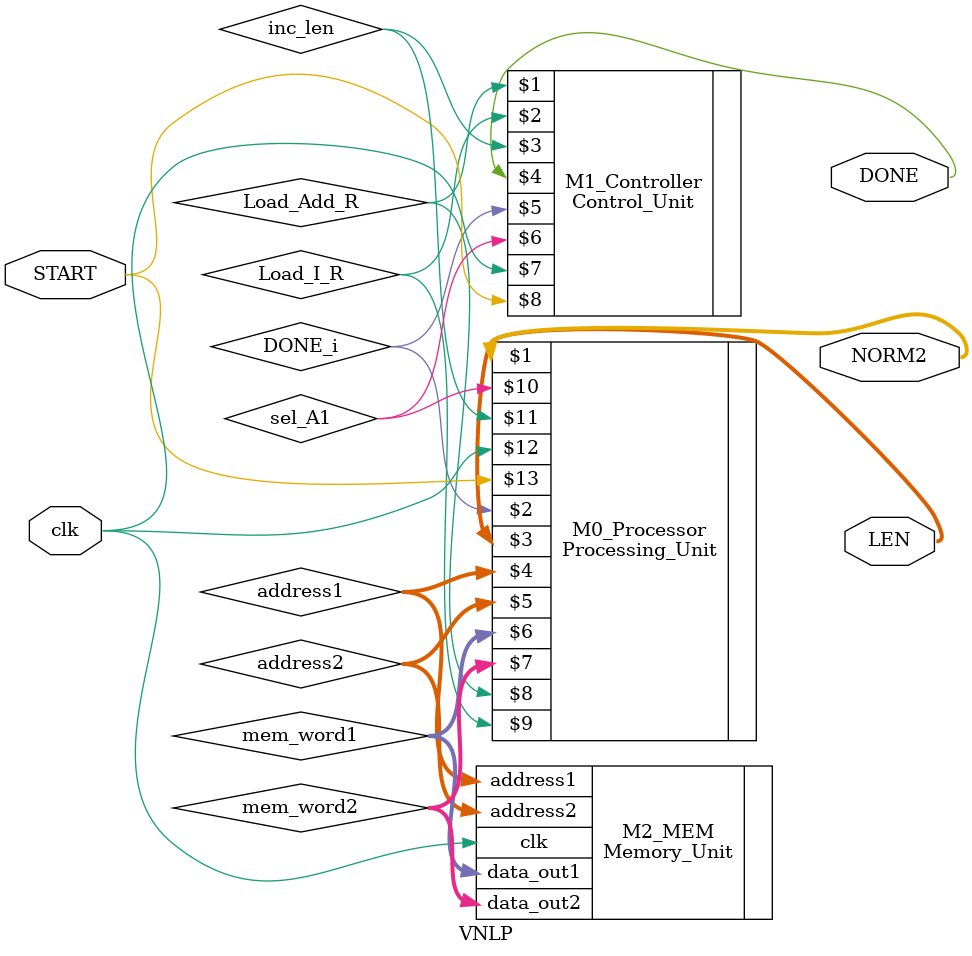
<source format=sv>
module VNLP (DONE, NORM2, LEN, START, clk);

  input START, clk;
  output DONE;
  output [6:0]LEN;
  output [46:0]NORM2;
  // Data Nets
  wire [23: 0] mem_word1, mem_word2; //size of word we'll be reading
  wire [8:0] address1, address2; //9-bit address for 512 memory slots
  wire DONE;
  wire DONE_i; //internal wire to tell controller we returned to link 0

  // Control Nets
  wire inc_len, Load_Add_R, Load_I_R, sel_A1;


  Processing_Unit M0_Processor(NORM2, DONE_i, LEN, address1, address2, mem_word1, mem_word2, Load_Add_R, Load_I_R, sel_A1, inc_len,clk, START);

  Control_Unit M1_Controller  (Load_Add_R, Load_I_R, inc_len, DONE, DONE_i,sel_A1, clk, START);

  Memory_Unit M2_MEM (
    .data_out1 (mem_word1),
    .data_out2 (mem_word2),
    .address1 (address1),
    .address2 (address2),
    .clk (clk));

endmodule // VNLP

</source>
